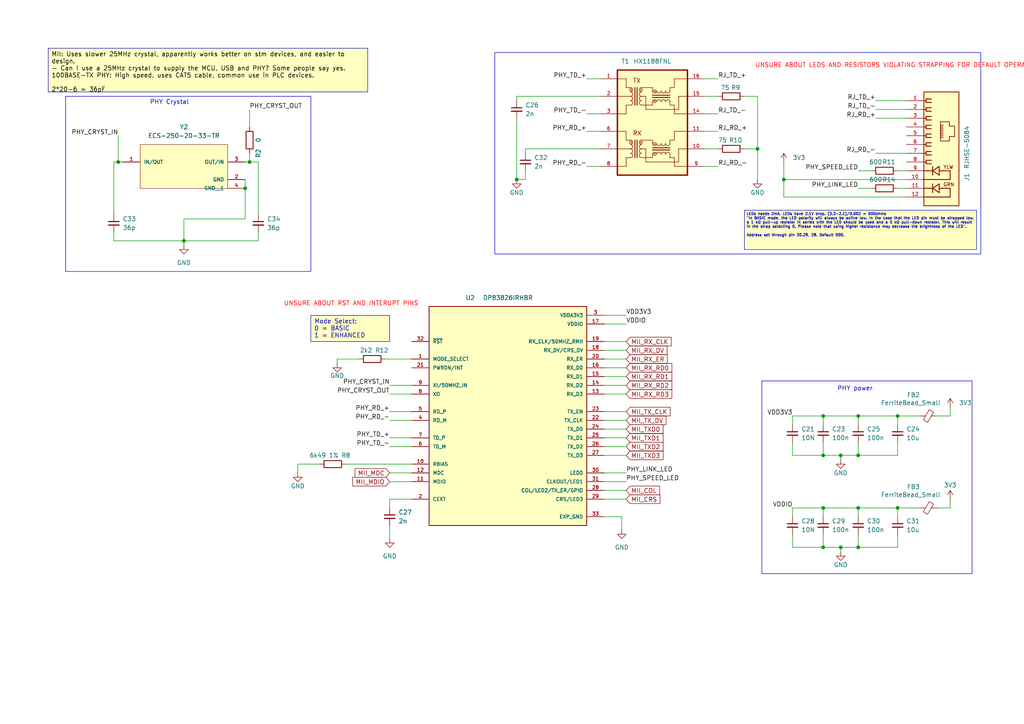
<source format=kicad_sch>
(kicad_sch (version 20231120) (generator "eeschema") (generator_version "8.0")
  (paper "A4")
  (lib_symbols
    (symbol "DP83826IRHBR:DP83826IRHBR" (pin_names (offset 1.016))
      (property "Reference" "U" (at -22.86 31.242 0))
      (property "Value" "DP83826IRHBR" (at -22.86 -35.56 0))
      (symbol "DP83826IRHBR_0_0"
        (rectangle (start -22.86 -33.02) (end 22.86 30.48) (stroke (width 0.254)) (fill (type background)))
        (pin input line (at -27.94 15.24 0) (length 5.08) (name "MODE_SELECT") (number "1"))
        (pin input line (at -27.94 -15.24 0) (length 5.08) (name "RBIAS") (number "10"))
        (pin bidirectional line (at -27.94 -20.32 0) (length 5.08) (name "MDIO") (number "11"))
        (pin input line (at -27.94 -17.78 0) (length 5.08) (name "MDC") (number "12"))
        (pin bidirectional line (at 27.94 5.08 180) (length 5.08) (name "RX_D3") (number "13"))
        (pin bidirectional line (at 27.94 7.62 180) (length 5.08) (name "RX_D2") (number "14"))
        (pin bidirectional line (at 27.94 10.16 180) (length 5.08) (name "RX_D1") (number "15"))
        (pin bidirectional line (at 27.94 12.7 180) (length 5.08) (name "RX_D0") (number "16"))
        (pin power_in line (at 27.94 25.4 180) (length 5.08) (name "VDDIO") (number "17"))
        (pin bidirectional line (at 27.94 17.78 180) (length 5.08) (name "RX_DV/CRS_DV") (number "18"))
        (pin bidirectional line (at 27.94 20.32 180) (length 5.08) (name "RX_CLK/50MHZ_RMII") (number "19"))
        (pin passive line (at -27.94 -25.4 0) (length 5.08) (name "CEXT") (number "2"))
        (pin bidirectional line (at 27.94 15.24 180) (length 5.08) (name "RX_ER") (number "20"))
        (pin input line (at -27.94 12.7 0) (length 5.08) (name "PWRDN/INT") (number "21"))
        (pin bidirectional line (at 27.94 -2.54 180) (length 5.08) (name "TX_CLK") (number "22"))
        (pin bidirectional line (at 27.94 0 180) (length 5.08) (name "TX_EN") (number "23"))
        (pin bidirectional line (at 27.94 -5.08 180) (length 5.08) (name "TX_D0") (number "24"))
        (pin bidirectional line (at 27.94 -7.62 180) (length 5.08) (name "TX_D1") (number "25"))
        (pin bidirectional line (at 27.94 -10.16 180) (length 5.08) (name "TX_D2") (number "26"))
        (pin bidirectional line (at 27.94 -12.7 180) (length 5.08) (name "TX_D3") (number "27"))
        (pin output line (at 27.94 -22.86 180) (length 5.08) (name "COL/LED2/TX_ER/GPIO") (number "28"))
        (pin output line (at 27.94 -25.4 180) (length 5.08) (name "CRS/LED3") (number "29"))
        (pin power_in line (at 27.94 27.94 180) (length 5.08) (name "VDDA3V3") (number "3"))
        (pin output line (at 27.94 -17.78 180) (length 5.08) (name "LED0") (number "30"))
        (pin output line (at 27.94 -20.32 180) (length 5.08) (name "CLKOUT/LED1") (number "31"))
        (pin input line (at -27.94 20.32 0) (length 5.08) (name "~{RST}") (number "32"))
        (pin power_in line (at 27.94 -30.48 180) (length 5.08) (name "EXP_GND") (number "33"))
        (pin input line (at -27.94 -2.54 0) (length 5.08) (name "RD_M") (number "4"))
        (pin input line (at -27.94 0 0) (length 5.08) (name "RD_P") (number "5"))
        (pin input line (at -27.94 -10.16 0) (length 5.08) (name "TD_M") (number "6"))
        (pin input line (at -27.94 -7.62 0) (length 5.08) (name "TD_P") (number "7"))
        (pin output line (at -27.94 5.08 0) (length 5.08) (name "XO") (number "8"))
        (pin input line (at -27.94 7.62 0) (length 5.08) (name "XI/50MHZ_IN") (number "9"))
      )
    )
    (symbol "Device:C_Small" (pin_numbers hide) (pin_names (offset 0.254) hide)
      (property "Reference" "C" (at 0.254 1.778 0))
      (property "Value" "C_Small" (at 0.254 -2.032 0))
      (symbol "C_Small_0_1"
        (polyline (pts (xy -1.524 -0.508) (xy 1.524 -0.508)) (stroke (width 0.3302)))
        (polyline (pts (xy -1.524 0.508) (xy 1.524 0.508)) (stroke (width 0.3048)))
      )
      (symbol "C_Small_1_1"
        (pin passive line (at 0 2.54 270) (length 2.032) (name "~") (number "1"))
        (pin passive line (at 0 -2.54 90) (length 2.032) (name "~") (number "2"))
      )
    )
    (symbol "Device:FerriteBead_Small" (pin_numbers hide) (pin_names (offset 0))
      (property "Reference" "FB" (at 1.905 1.27 0))
      (property "Value" "FerriteBead_Small" (at 1.905 -1.27 0))
      (symbol "FerriteBead_Small_0_1"
        (polyline (pts (xy 0 -1.27) (xy 0 -0.7874)))
        (polyline (pts (xy 0 0.889) (xy 0 1.2954)))
        (polyline (pts (xy -1.8288 0.2794) (xy -1.1176 1.4986) (xy 1.8288 -0.2032) (xy 1.1176 -1.4224) (xy -1.8288 0.2794)))
      )
      (symbol "FerriteBead_Small_1_1"
        (pin passive line (at 0 2.54 270) (length 1.27) (name "~") (number "1"))
        (pin passive line (at 0 -2.54 90) (length 1.27) (name "~") (number "2"))
      )
    )
    (symbol "Device:R" (pin_numbers hide) (pin_names (offset 0))
      (property "Reference" "R" (at 2.032 0 90))
      (property "Value" "R" (at 0 0 90))
      (symbol "R_0_1"
        (rectangle (start -1.016 -2.54) (end 1.016 2.54) (stroke (width 0.254)))
      )
      (symbol "R_1_1"
        (pin passive line (at 0 3.81 270) (length 1.27) (name "~") (number "1"))
        (pin passive line (at 0 -3.81 90) (length 1.27) (name "~") (number "2"))
      )
    )
    (symbol "ECS-250-20-33-TR:ECS-250-20-33-TR" (pin_names (offset 1.016))
      (property "Reference" "Y" (at -12.7168 7.6301 0))
      (property "Value" "ECS-250-20-33-TR" (at -12.7149 -7.629 0))
      (symbol "ECS-250-20-33-TR_0_0"
        (rectangle (start -12.7 -5.08) (end 12.7 7.62) (stroke (width 0.127)) (fill (type background)))
        (pin bidirectional line (at -17.78 2.54 0) (length 5.08) (name "IN/OUT") (number "1"))
        (pin power_in line (at 17.78 -2.54 180) (length 5.08) (name "GND") (number "2"))
        (pin bidirectional line (at 17.78 2.54 180) (length 5.08) (name "OUT/IN") (number "3"))
        (pin power_in line (at 17.78 -5.08 180) (length 5.08) (name "GND__1") (number "4"))
      )
    )
    (symbol "HX1188FNL:HX1188FNL" (pin_names (offset 1.016))
      (property "Reference" "T" (at -10.1697 15.8901 0))
      (property "Value" "HX1188FNL" (at -10.1783 -17.8121 0))
      (symbol "HX1188FNL_0_0"
        (rectangle (start -10.16 -15.24) (end 10.16 15.24) (stroke (width 0.4064)) (fill (type background)))
        (arc (start -6.35 -10.16) (mid -5.7177 -9.525) (end -6.35 -8.89) (stroke (width 0.1524)))
        (arc (start -6.35 -8.89) (mid -5.7177 -8.255) (end -6.35 -7.62) (stroke (width 0.1524)))
        (arc (start -6.35 -7.62) (mid -5.7177 -6.985) (end -6.35 -6.35) (stroke (width 0.1524)))
        (arc (start -6.35 -6.35) (mid -5.7177 -5.715) (end -6.35 -5.08) (stroke (width 0.1524)))
        (circle (center -6.35 -5.715) (radius 0.3175))
        (arc (start -6.35 5.08) (mid -5.7177 5.715) (end -6.35 6.35) (stroke (width 0.1524)))
        (arc (start -6.35 6.35) (mid -5.7177 6.985) (end -6.35 7.62) (stroke (width 0.1524)))
        (arc (start -6.35 7.62) (mid -5.7177 8.255) (end -6.35 8.89) (stroke (width 0.1524)))
        (arc (start -6.35 8.89) (mid -5.7177 9.525) (end -6.35 10.16) (stroke (width 0.1524)))
        (circle (center -6.35 9.525) (radius 0.3175))
        (arc (start -3.175 -8.89) (mid -3.8072 -9.525) (end -3.175 -10.16) (stroke (width 0.1524)))
        (arc (start -3.175 -7.62) (mid -3.8072 -8.255) (end -3.175 -8.89) (stroke (width 0.1524)))
        (arc (start -3.175 -6.35) (mid -3.8072 -6.985) (end -3.175 -7.62) (stroke (width 0.1524)))
        (circle (center -3.175 -5.715) (radius 0.3175))
        (arc (start -3.175 -5.08) (mid -3.8072 -5.715) (end -3.175 -6.35) (stroke (width 0.1524)))
        (arc (start -3.175 6.35) (mid -3.8072 5.715) (end -3.175 5.08) (stroke (width 0.1524)))
        (arc (start -3.175 7.62) (mid -3.8072 6.985) (end -3.175 6.35) (stroke (width 0.1524)))
        (arc (start -3.175 8.89) (mid -3.8072 8.255) (end -3.175 7.62) (stroke (width 0.1524)))
        (circle (center -3.175 9.525) (radius 0.3175))
        (arc (start -3.175 10.16) (mid -3.8072 9.525) (end -3.175 8.89) (stroke (width 0.1524)))
        (arc (start 0 -6.0325) (mid 0.635 -6.6647) (end 1.27 -6.0325) (stroke (width 0.1524)))
        (polyline (pts (xy -10.16 -7.62) (xy -6.35 -7.62)) (stroke (width 0.1524)))
        (polyline (pts (xy -10.16 7.62) (xy -6.35 7.62)) (stroke (width 0.1524)))
        (polyline (pts (xy -7.62 -12.7) (xy -10.16 -12.7)) (stroke (width 0.1524)))
        (polyline (pts (xy -7.62 -10.16) (xy -7.62 -12.7)) (stroke (width 0.1524)))
        (polyline (pts (xy -7.62 -5.08) (xy -7.62 -2.54)) (stroke (width 0.1524)))
        (polyline (pts (xy -7.62 -2.54) (xy -10.16 -2.54)) (stroke (width 0.1524)))
        (polyline (pts (xy -7.62 2.54) (xy -10.16 2.54)) (stroke (width 0.1524)))
        (polyline (pts (xy -7.62 5.08) (xy -7.62 2.54)) (stroke (width 0.1524)))
        (polyline (pts (xy -7.62 10.16) (xy -7.62 12.7)) (stroke (width 0.1524)))
        (polyline (pts (xy -7.62 12.7) (xy -10.16 12.7)) (stroke (width 0.1524)))
        (polyline (pts (xy -6.35 -10.16) (xy -7.62 -10.16)) (stroke (width 0.1524)))
        (polyline (pts (xy -6.35 -5.08) (xy -7.62 -5.08)) (stroke (width 0.1524)))
        (polyline (pts (xy -6.35 5.08) (xy -7.62 5.08)) (stroke (width 0.1524)))
        (polyline (pts (xy -6.35 10.16) (xy -7.62 10.16)) (stroke (width 0.1524)))
        (polyline (pts (xy -5.08 -5.08) (xy -5.08 -10.16)) (stroke (width 0.254)))
        (polyline (pts (xy -5.08 10.16) (xy -5.08 5.08)) (stroke (width 0.254)))
        (polyline (pts (xy -4.445 -5.08) (xy -4.445 -10.16)) (stroke (width 0.254)))
        (polyline (pts (xy -4.445 10.16) (xy -4.445 5.08)) (stroke (width 0.254)))
        (polyline (pts (xy -3.175 -5.08) (xy 0 -5.08)) (stroke (width 0.1524)))
        (polyline (pts (xy -3.175 10.16) (xy 0 10.16)) (stroke (width 0.1524)))
        (polyline (pts (xy -1.905 -11.43) (xy -1.905 -7.62)) (stroke (width 0.1524)))
        (polyline (pts (xy -1.905 -7.62) (xy -3.175 -7.62)) (stroke (width 0.1524)))
        (polyline (pts (xy -1.905 3.81) (xy -1.905 7.62)) (stroke (width 0.1524)))
        (polyline (pts (xy -1.905 7.62) (xy -3.175 7.62)) (stroke (width 0.1524)))
        (polyline (pts (xy 0 -10.16) (xy -3.175 -10.16)) (stroke (width 0.1524)))
        (polyline (pts (xy 0 -9.2075) (xy 0 -10.16)) (stroke (width 0.1524)))
        (polyline (pts (xy 0 -7.9375) (xy 5.08 -7.9375)) (stroke (width 0.254)))
        (polyline (pts (xy 0 -7.3025) (xy 5.08 -7.3025)) (stroke (width 0.254)))
        (polyline (pts (xy 0 -5.08) (xy 0 -6.0325)) (stroke (width 0.1524)))
        (polyline (pts (xy 0 5.08) (xy -3.175 5.08)) (stroke (width 0.1524)))
        (polyline (pts (xy 0 6.0325) (xy 0 5.08)) (stroke (width 0.1524)))
        (polyline (pts (xy 0 7.3025) (xy 5.08 7.3025)) (stroke (width 0.254)))
        (polyline (pts (xy 0 7.9375) (xy 5.08 7.9375)) (stroke (width 0.254)))
        (polyline (pts (xy 0 10.16) (xy 0 9.2075)) (stroke (width 0.1524)))
        (polyline (pts (xy 5.08 -10.16) (xy 6.35 -10.16)) (stroke (width 0.1524)))
        (polyline (pts (xy 5.08 -9.2075) (xy 5.08 -10.16)) (stroke (width 0.1524)))
        (polyline (pts (xy 5.08 -6.0325) (xy 5.08 -5.08)) (stroke (width 0.1524)))
        (polyline (pts (xy 5.08 -5.08) (xy 6.35 -5.08)) (stroke (width 0.1524)))
        (polyline (pts (xy 5.08 5.08) (xy 6.35 5.08)) (stroke (width 0.1524)))
        (polyline (pts (xy 5.08 6.0325) (xy 5.08 5.08)) (stroke (width 0.1524)))
        (polyline (pts (xy 5.08 9.2075) (xy 5.08 10.16)) (stroke (width 0.1524)))
        (polyline (pts (xy 5.08 10.16) (xy 6.35 10.16)) (stroke (width 0.1524)))
        (polyline (pts (xy 6.35 -12.7) (xy 10.16 -12.7)) (stroke (width 0.1524)))
        (polyline (pts (xy 6.35 -10.16) (xy 6.35 -12.7)) (stroke (width 0.1524)))
        (polyline (pts (xy 6.35 -5.08) (xy 6.35 -2.54)) (stroke (width 0.1524)))
        (polyline (pts (xy 6.35 -2.54) (xy 10.16 -2.54)) (stroke (width 0.1524)))
        (polyline (pts (xy 6.35 2.54) (xy 10.16 2.54)) (stroke (width 0.1524)))
        (polyline (pts (xy 6.35 5.08) (xy 6.35 2.54)) (stroke (width 0.1524)))
        (polyline (pts (xy 6.35 10.16) (xy 6.35 12.7)) (stroke (width 0.1524)))
        (polyline (pts (xy 6.35 12.7) (xy 10.16 12.7)) (stroke (width 0.1524)))
        (polyline (pts (xy 7.62 -11.43) (xy -1.905 -11.43)) (stroke (width 0.1524)))
        (polyline (pts (xy 7.62 -7.62) (xy 7.62 -11.43)) (stroke (width 0.1524)))
        (polyline (pts (xy 7.62 3.81) (xy -1.905 3.81)) (stroke (width 0.1524)))
        (polyline (pts (xy 7.62 7.62) (xy 7.62 3.81)) (stroke (width 0.1524)))
        (polyline (pts (xy 10.16 -7.62) (xy 7.62 -7.62)) (stroke (width 0.1524)))
        (polyline (pts (xy 10.16 7.62) (xy 7.62 7.62)) (stroke (width 0.1524)))
        (arc (start 0 9.2075) (mid 0.635 8.5752) (end 1.27 9.2075) (stroke (width 0.1524)))
        (circle (center 0.635 -9.2075) (radius 0.3175))
        (circle (center 0.635 -6.0325) (radius 0.3175))
        (circle (center 0.635 6.0325) (radius 0.3175))
        (circle (center 0.635 9.2075) (radius 0.3175))
        (arc (start 1.27 -9.2075) (mid 0.635 -8.5752) (end 0 -9.2075) (stroke (width 0.1524)))
        (arc (start 1.27 -6.0325) (mid 1.905 -6.6647) (end 2.54 -6.0325) (stroke (width 0.1524)))
        (arc (start 1.27 6.0325) (mid 0.635 6.6647) (end 0 6.0325) (stroke (width 0.1524)))
        (arc (start 1.27 9.2075) (mid 1.905 8.5752) (end 2.54 9.2075) (stroke (width 0.1524)))
        (arc (start 2.54 -9.2075) (mid 1.905 -8.5752) (end 1.27 -9.2075) (stroke (width 0.1524)))
        (arc (start 2.54 -6.0325) (mid 3.175 -6.6647) (end 3.81 -6.0325) (stroke (width 0.1524)))
        (arc (start 2.54 6.0325) (mid 1.905 6.6647) (end 1.27 6.0325) (stroke (width 0.1524)))
        (arc (start 2.54 9.2075) (mid 3.175 8.5752) (end 3.81 9.2075) (stroke (width 0.1524)))
        (arc (start 3.81 -9.2075) (mid 3.175 -8.5752) (end 2.54 -9.2075) (stroke (width 0.1524)))
        (arc (start 3.81 -6.0325) (mid 4.445 -6.6647) (end 5.08 -6.0325) (stroke (width 0.1524)))
        (arc (start 3.81 6.0325) (mid 3.175 6.6647) (end 2.54 6.0325) (stroke (width 0.1524)))
        (arc (start 3.81 9.2075) (mid 4.445 8.5752) (end 5.08 9.2075) (stroke (width 0.1524)))
        (arc (start 5.08 -9.2075) (mid 4.445 -8.5752) (end 3.81 -9.2075) (stroke (width 0.1524)))
        (arc (start 5.08 6.0325) (mid 4.445 6.6647) (end 3.81 6.0325) (stroke (width 0.1524)))
        (text "RX" (at -5.73 -3.82 0) (effects (font (size 1.2733 1.2733)) (justify left bottom)))
        (text "TX" (at -5.7239 11.4477 0) (effects (font (size 1.272 1.272)) (justify left bottom)))
        (pin passive line (at -15.24 12.7 0) (length 5.08) (name "~") (number "1"))
        (pin passive line (at 15.24 -7.62 180) (length 5.08) (name "~") (number "10"))
        (pin passive line (at 15.24 -2.54 180) (length 5.08) (name "~") (number "11"))
        (pin passive line (at 15.24 2.54 180) (length 5.08) (name "~") (number "14"))
        (pin passive line (at 15.24 7.62 180) (length 5.08) (name "~") (number "15"))
        (pin passive line (at 15.24 12.7 180) (length 5.08) (name "~") (number "16"))
        (pin passive line (at -15.24 7.62 0) (length 5.08) (name "~") (number "2"))
        (pin passive line (at -15.24 2.54 0) (length 5.08) (name "~") (number "3"))
        (pin passive line (at -15.24 -2.54 0) (length 5.08) (name "~") (number "6"))
        (pin passive line (at -15.24 -7.62 0) (length 5.08) (name "~") (number "7"))
        (pin passive line (at -15.24 -12.7 0) (length 5.08) (name "~") (number "8"))
        (pin passive line (at 15.24 -12.7 180) (length 5.08) (name "~") (number "9"))
      )
    )
    (symbol "RJHSE-5084:RJHSE-5084" (pin_names (offset 1.016))
      (property "Reference" "J" (at -5.08 18.415 0))
      (property "Value" "RJHSE-5084" (at -5.08 -17.78 0))
      (symbol "RJHSE-5084_0_0"
        (rectangle (start -5.08 -15.24) (end 5.08 17.78) (stroke (width 0.254)) (fill (type background)))
        (polyline (pts (xy -5.08 -10.16) (xy -2.54 -10.16)) (stroke (width 0.254)))
        (polyline (pts (xy -5.08 -5.08) (xy -2.54 -5.08)) (stroke (width 0.254)))
        (polyline (pts (xy -5.08 -2.54) (xy -4.445 -2.54)) (stroke (width 0.254)))
        (polyline (pts (xy -5.08 0) (xy -4.445 0)) (stroke (width 0.254)))
        (polyline (pts (xy -5.08 2.54) (xy -4.445 2.54)) (stroke (width 0.254)))
        (polyline (pts (xy -5.08 5.08) (xy -4.445 5.08)) (stroke (width 0.254)))
        (polyline (pts (xy -5.08 7.62) (xy -4.445 7.62)) (stroke (width 0.254)))
        (polyline (pts (xy -5.08 10.16) (xy -4.445 10.16)) (stroke (width 0.254)))
        (polyline (pts (xy -5.08 12.7) (xy -4.445 12.7)) (stroke (width 0.254)))
        (polyline (pts (xy -5.08 15.24) (xy -4.445 15.24)) (stroke (width 0.254)))
        (polyline (pts (xy -4.445 -3.048) (xy -2.921 -3.048)) (stroke (width 0.254)))
        (polyline (pts (xy -4.445 -2.54) (xy -4.445 -3.048)) (stroke (width 0.254)))
        (polyline (pts (xy -4.445 -2.032) (xy -4.445 -2.54)) (stroke (width 0.254)))
        (polyline (pts (xy -4.445 -0.508) (xy -2.921 -0.508)) (stroke (width 0.254)))
        (polyline (pts (xy -4.445 0) (xy -4.445 -0.508)) (stroke (width 0.254)))
        (polyline (pts (xy -4.445 0.508) (xy -4.445 0)) (stroke (width 0.254)))
        (polyline (pts (xy -4.445 2.032) (xy -2.921 2.032)) (stroke (width 0.254)))
        (polyline (pts (xy -4.445 2.54) (xy -4.445 2.032)) (stroke (width 0.254)))
        (polyline (pts (xy -4.445 3.048) (xy -4.445 2.54)) (stroke (width 0.254)))
        (polyline (pts (xy -4.445 4.572) (xy -2.921 4.572)) (stroke (width 0.254)))
        (polyline (pts (xy -4.445 5.08) (xy -4.445 4.572)) (stroke (width 0.254)))
        (polyline (pts (xy -4.445 5.588) (xy -4.445 5.08)) (stroke (width 0.254)))
        (polyline (pts (xy -4.445 7.112) (xy -2.921 7.112)) (stroke (width 0.254)))
        (polyline (pts (xy -4.445 7.62) (xy -4.445 7.112)) (stroke (width 0.254)))
        (polyline (pts (xy -4.445 8.128) (xy -4.445 7.62)) (stroke (width 0.254)))
        (polyline (pts (xy -4.445 9.652) (xy -2.921 9.652)) (stroke (width 0.254)))
        (polyline (pts (xy -4.445 10.16) (xy -4.445 9.652)) (stroke (width 0.254)))
        (polyline (pts (xy -4.445 10.668) (xy -4.445 10.16)) (stroke (width 0.254)))
        (polyline (pts (xy -4.445 12.192) (xy -2.921 12.192)) (stroke (width 0.254)))
        (polyline (pts (xy -4.445 12.7) (xy -4.445 12.192)) (stroke (width 0.254)))
        (polyline (pts (xy -4.445 13.208) (xy -4.445 12.7)) (stroke (width 0.254)))
        (polyline (pts (xy -4.445 14.732) (xy -2.921 14.732)) (stroke (width 0.254)))
        (polyline (pts (xy -4.445 15.24) (xy -4.445 14.732)) (stroke (width 0.254)))
        (polyline (pts (xy -4.445 15.748) (xy -4.445 15.24)) (stroke (width 0.254)))
        (polyline (pts (xy -2.921 -2.032) (xy -4.445 -2.032)) (stroke (width 0.254)))
        (polyline (pts (xy -2.921 0.508) (xy -4.445 0.508)) (stroke (width 0.254)))
        (polyline (pts (xy -2.921 3.048) (xy -4.445 3.048)) (stroke (width 0.254)))
        (polyline (pts (xy -2.921 5.588) (xy -4.445 5.588)) (stroke (width 0.254)))
        (polyline (pts (xy -2.921 8.128) (xy -4.445 8.128)) (stroke (width 0.254)))
        (polyline (pts (xy -2.921 10.668) (xy -4.445 10.668)) (stroke (width 0.254)))
        (polyline (pts (xy -2.921 13.208) (xy -4.445 13.208)) (stroke (width 0.254)))
        (polyline (pts (xy -2.921 15.748) (xy -4.445 15.748)) (stroke (width 0.254)))
        (polyline (pts (xy -2.54 -10.16) (xy -2.54 -11.43)) (stroke (width 0.254)))
        (polyline (pts (xy -2.54 -10.16) (xy -0.635 -8.89)) (stroke (width 0.254)))
        (polyline (pts (xy -2.54 -8.89) (xy -2.54 -10.16)) (stroke (width 0.254)))
        (polyline (pts (xy -2.54 -5.08) (xy -2.54 -6.35)) (stroke (width 0.254)))
        (polyline (pts (xy -2.54 -5.08) (xy -0.635 -3.81)) (stroke (width 0.254)))
        (polyline (pts (xy -2.54 -3.81) (xy -2.54 -5.08)) (stroke (width 0.254)))
        (polyline (pts (xy -0.635 -11.43) (xy -2.54 -10.16)) (stroke (width 0.254)))
        (polyline (pts (xy -0.635 -10.16) (xy -0.635 -11.43)) (stroke (width 0.254)))
        (polyline (pts (xy -0.635 -10.16) (xy 2.54 -10.16)) (stroke (width 0.254)))
        (polyline (pts (xy -0.635 -8.89) (xy -0.635 -10.16)) (stroke (width 0.254)))
        (polyline (pts (xy -0.635 -6.35) (xy -2.54 -5.08)) (stroke (width 0.254)))
        (polyline (pts (xy -0.635 -5.08) (xy -0.635 -6.35)) (stroke (width 0.254)))
        (polyline (pts (xy -0.635 -5.08) (xy 2.54 -5.08)) (stroke (width 0.254)))
        (polyline (pts (xy -0.635 -3.81) (xy -0.635 -5.08)) (stroke (width 0.254)))
        (polyline (pts (xy -0.254 3.556) (xy 2.286 3.556)) (stroke (width 0.1998)))
        (polyline (pts (xy -0.254 4.572) (xy -0.254 3.556)) (stroke (width 0.1998)))
        (polyline (pts (xy -0.254 4.572) (xy 0.508 4.572)) (stroke (width 0.1998)))
        (polyline (pts (xy -0.254 5.08) (xy -0.254 4.572)) (stroke (width 0.1998)))
        (polyline (pts (xy -0.254 5.08) (xy 0.508 5.08)) (stroke (width 0.1998)))
        (polyline (pts (xy -0.254 5.588) (xy -0.254 5.08)) (stroke (width 0.1998)))
        (polyline (pts (xy -0.254 5.588) (xy 0.508 5.588)) (stroke (width 0.1998)))
        (polyline (pts (xy -0.254 6.096) (xy -0.254 5.588)) (stroke (width 0.1998)))
        (polyline (pts (xy -0.254 6.096) (xy 0.508 6.096)) (stroke (width 0.1998)))
        (polyline (pts (xy -0.254 6.604) (xy -0.254 6.096)) (stroke (width 0.1998)))
        (polyline (pts (xy -0.254 6.604) (xy 0.508 6.604)) (stroke (width 0.1998)))
        (polyline (pts (xy -0.254 7.112) (xy -0.254 6.604)) (stroke (width 0.1998)))
        (polyline (pts (xy -0.254 7.112) (xy 0.508 7.112)) (stroke (width 0.1998)))
        (polyline (pts (xy -0.254 7.62) (xy -0.254 7.112)) (stroke (width 0.1998)))
        (polyline (pts (xy -0.254 7.62) (xy 0.508 7.62)) (stroke (width 0.1998)))
        (polyline (pts (xy -0.254 8.128) (xy -0.254 7.62)) (stroke (width 0.1998)))
        (polyline (pts (xy -0.254 8.128) (xy 0.508 8.128)) (stroke (width 0.1998)))
        (polyline (pts (xy -0.254 9.144) (xy -0.254 8.128)) (stroke (width 0.1998)))
        (polyline (pts (xy 2.286 3.556) (xy 2.286 4.826)) (stroke (width 0.1998)))
        (polyline (pts (xy 2.286 4.826) (xy 3.81 4.826)) (stroke (width 0.1998)))
        (polyline (pts (xy 2.286 7.874) (xy 2.286 9.144)) (stroke (width 0.1998)))
        (polyline (pts (xy 2.286 9.144) (xy -0.254 9.144)) (stroke (width 0.1998)))
        (polyline (pts (xy 2.54 -12.7) (xy -5.08 -12.7)) (stroke (width 0.254)))
        (polyline (pts (xy 2.54 -10.16) (xy 2.54 -12.7)) (stroke (width 0.254)))
        (polyline (pts (xy 2.54 -7.62) (xy -5.08 -7.62)) (stroke (width 0.254)))
        (polyline (pts (xy 2.54 -5.08) (xy 2.54 -7.62)) (stroke (width 0.254)))
        (polyline (pts (xy 3.81 4.826) (xy 3.81 7.874)) (stroke (width 0.1998)))
        (polyline (pts (xy 3.81 7.874) (xy 2.286 7.874)) (stroke (width 0.1998)))
        (text "GRN" (at 0.508 -9.652 0) (effects (font (size 1 1)) (justify left bottom)))
        (text "YLW" (at 0.508 -4.572 0) (effects (font (size 1 1)) (justify left bottom)))
        (pin passive line (at -10.16 15.24 0) (length 5.08) (name "~") (number "1"))
        (pin passive line (at -10.16 -7.62 0) (length 5.08) (name "~") (number "10"))
        (pin passive line (at -10.16 -10.16 0) (length 5.08) (name "~") (number "11"))
        (pin passive line (at -10.16 -12.7 0) (length 5.08) (name "~") (number "12"))
        (pin passive line (at -10.16 12.7 0) (length 5.08) (name "~") (number "2"))
        (pin passive line (at -10.16 10.16 0) (length 5.08) (name "~") (number "3"))
        (pin passive line (at -10.16 7.62 0) (length 5.08) (name "~") (number "4"))
        (pin passive line (at -10.16 5.08 0) (length 5.08) (name "~") (number "5"))
        (pin passive line (at -10.16 2.54 0) (length 5.08) (name "~") (number "6"))
        (pin passive line (at -10.16 0 0) (length 5.08) (name "~") (number "7"))
        (pin passive line (at -10.16 -2.54 0) (length 5.08) (name "~") (number "8"))
        (pin passive line (at -10.16 -5.08 0) (length 5.08) (name "~") (number "9"))
      )
    )
    (symbol "power:+3.3V" (power) (pin_names (offset 0))
      (property "Value" "+3.3V" (at 0 3.556 0))
      (symbol "+3.3V_0_1"
        (polyline (pts (xy -0.762 1.27) (xy 0 2.54)))
        (polyline (pts (xy 0 0) (xy 0 2.54)))
        (polyline (pts (xy 0 2.54) (xy 0.762 1.27)))
      )
      (symbol "+3.3V_1_1"
        (pin power_in line (at 0 0 90) (length 0) hide (name "+3.3V") (number "1"))
      )
    )
    (symbol "power:GND" (power) (pin_names (offset 0))
      (property "Value" "GND" (at 0 -3.81 0))
      (symbol "GND_0_1"
        (polyline (pts (xy 0 0) (xy 0 -1.27) (xy 1.27 -1.27) (xy 0 -2.54) (xy -1.27 -1.27) (xy 0 -1.27)))
      )
      (symbol "GND_1_1"
        (pin power_in line (at 0 0 270) (length 0) hide (name "GND") (number "1"))
      )
    )
  )
  (junction (at 34.29 46.99))
  (junction (at 238.76 120.65))
  (junction (at 248.92 120.65))
  (junction (at 219.71 43.18))
  (junction (at 248.92 158.75))
  (junction (at 248.92 147.32))
  (junction (at 53.34 69.85))
  (junction (at 149.86 52.07))
  (junction (at 71.12 54.61))
  (junction (at 243.84 158.75))
  (junction (at 72.39 46.99))
  (junction (at 248.92 132.08))
  (junction (at 260.35 120.65))
  (junction (at 260.35 147.32))
  (junction (at 238.76 158.75))
  (junction (at 227.33 52.07))
  (junction (at 238.76 147.32))
  (junction (at 243.84 132.08))
  (junction (at 238.76 132.08))
  (wire (pts (xy 175.26 106.68) (xy 181.61 106.68)))
  (wire (pts (xy 260.35 154.94) (xy 260.35 158.75)))
  (wire (pts (xy 175.26 129.54) (xy 181.61 129.54)))
  (wire (pts (xy 204.47 38.1) (xy 208.28 38.1)))
  (wire (pts (xy 275.59 118.11) (xy 275.59 120.65)))
  (wire (pts (xy 229.87 128.27) (xy 229.87 132.08)))
  (wire (pts (xy 35.56 46.99) (xy 34.29 46.99)))
  (wire (pts (xy 260.35 54.61) (xy 262.89 54.61)))
  (wire (pts (xy 227.33 52.07) (xy 262.89 52.07)))
  (wire (pts (xy 204.47 27.94) (xy 208.28 27.94)))
  (wire (pts (xy 175.26 142.24) (xy 181.61 142.24)))
  (wire (pts (xy 113.03 129.54) (xy 119.38 129.54)))
  (wire (pts (xy 248.92 128.27) (xy 248.92 132.08)))
  (wire (pts (xy 238.76 147.32) (xy 229.87 147.32)))
  (wire (pts (xy 260.35 49.53) (xy 262.89 49.53)))
  (wire (pts (xy 238.76 120.65) (xy 238.76 123.19)))
  (wire (pts (xy 111.76 104.14) (xy 119.38 104.14)))
  (wire (pts (xy 238.76 158.75) (xy 229.87 158.75)))
  (wire (pts (xy 175.26 104.14) (xy 181.61 104.14)))
  (wire (pts (xy 175.26 99.06) (xy 181.61 99.06)))
  (wire (pts (xy 149.86 34.29) (xy 149.86 52.07)))
  (wire (pts (xy 113.03 144.78) (xy 119.38 144.78)))
  (wire (pts (xy 175.26 124.46) (xy 181.61 124.46)))
  (wire (pts (xy 229.87 154.94) (xy 229.87 158.75)))
  (wire (pts (xy 243.84 132.08) (xy 243.84 133.35)))
  (wire (pts (xy 33.02 69.85) (xy 53.34 69.85)))
  (wire (pts (xy 74.93 46.99) (xy 74.93 62.23)))
  (wire (pts (xy 175.26 132.08) (xy 181.61 132.08)))
  (wire (pts (xy 243.84 132.08) (xy 238.76 132.08)))
  (wire (pts (xy 175.26 144.78) (xy 181.61 144.78)))
  (wire (pts (xy 260.35 132.08) (xy 248.92 132.08)))
  (wire (pts (xy 152.4 43.18) (xy 152.4 44.45)))
  (wire (pts (xy 170.18 22.86) (xy 173.99 22.86)))
  (wire (pts (xy 170.18 33.02) (xy 173.99 33.02)))
  (wire (pts (xy 175.26 119.38) (xy 181.61 119.38)))
  (wire (pts (xy 215.9 27.94) (xy 219.71 27.94)))
  (wire (pts (xy 260.35 120.65) (xy 260.35 123.19)))
  (wire (pts (xy 180.34 149.86) (xy 180.34 153.67)))
  (wire (pts (xy 254 34.29) (xy 262.89 34.29)))
  (wire (pts (xy 266.7 147.32) (xy 260.35 147.32)))
  (wire (pts (xy 248.92 54.61) (xy 252.73 54.61)))
  (wire (pts (xy 175.26 111.76) (xy 181.61 111.76)))
  (wire (pts (xy 72.39 46.99) (xy 74.93 46.99)))
  (wire (pts (xy 175.26 109.22) (xy 181.61 109.22)))
  (wire (pts (xy 53.34 69.85) (xy 53.34 71.12)))
  (wire (pts (xy 175.26 137.16) (xy 181.61 137.16)))
  (wire (pts (xy 97.79 105.41) (xy 97.79 104.14)))
  (wire (pts (xy 97.79 104.14) (xy 104.14 104.14)))
  (wire (pts (xy 100.33 134.62) (xy 119.38 134.62)))
  (wire (pts (xy 248.92 147.32) (xy 238.76 147.32)))
  (wire (pts (xy 113.03 137.16) (xy 119.38 137.16)))
  (wire (pts (xy 238.76 120.65) (xy 229.87 120.65)))
  (wire (pts (xy 74.93 67.31) (xy 74.93 69.85)))
  (wire (pts (xy 248.92 132.08) (xy 243.84 132.08)))
  (wire (pts (xy 149.86 29.21) (xy 149.86 27.94)))
  (wire (pts (xy 175.26 114.3) (xy 181.61 114.3)))
  (wire (pts (xy 260.35 158.75) (xy 248.92 158.75)))
  (wire (pts (xy 86.36 134.62) (xy 92.71 134.62)))
  (wire (pts (xy 271.78 147.32) (xy 275.59 147.32)))
  (wire (pts (xy 271.78 120.65) (xy 275.59 120.65)))
  (wire (pts (xy 204.47 22.86) (xy 208.28 22.86)))
  (wire (pts (xy 173.99 43.18) (xy 152.4 43.18)))
  (wire (pts (xy 113.03 147.32) (xy 113.03 144.78)))
  (wire (pts (xy 86.36 134.62) (xy 86.36 137.16)))
  (wire (pts (xy 149.86 52.07) (xy 152.4 52.07)))
  (wire (pts (xy 113.03 152.4) (xy 113.03 156.21)))
  (wire (pts (xy 170.18 48.26) (xy 173.99 48.26)))
  (wire (pts (xy 238.76 128.27) (xy 238.76 132.08)))
  (wire (pts (xy 34.29 39.37) (xy 34.29 46.99)))
  (wire (pts (xy 113.03 121.92) (xy 119.38 121.92)))
  (wire (pts (xy 204.47 43.18) (xy 208.28 43.18)))
  (wire (pts (xy 227.33 52.07) (xy 227.33 57.15)))
  (wire (pts (xy 71.12 63.5) (xy 53.34 63.5)))
  (wire (pts (xy 72.39 31.75) (xy 72.39 36.83)))
  (wire (pts (xy 254 44.45) (xy 262.89 44.45)))
  (wire (pts (xy 254 31.75) (xy 262.89 31.75)))
  (wire (pts (xy 219.71 43.18) (xy 219.71 52.07)))
  (wire (pts (xy 34.29 46.99) (xy 33.02 46.99)))
  (wire (pts (xy 175.26 91.44) (xy 181.61 91.44)))
  (wire (pts (xy 238.76 154.94) (xy 238.76 158.75)))
  (wire (pts (xy 248.92 154.94) (xy 248.92 158.75)))
  (wire (pts (xy 175.26 101.6) (xy 181.61 101.6)))
  (wire (pts (xy 275.59 144.78) (xy 275.59 147.32)))
  (wire (pts (xy 175.26 139.7) (xy 181.61 139.7)))
  (wire (pts (xy 266.7 120.65) (xy 260.35 120.65)))
  (wire (pts (xy 71.12 54.61) (xy 71.12 63.5)))
  (wire (pts (xy 260.35 147.32) (xy 260.35 149.86)))
  (wire (pts (xy 74.93 69.85) (xy 53.34 69.85)))
  (wire (pts (xy 227.33 46.99) (xy 227.33 52.07)))
  (wire (pts (xy 72.39 44.45) (xy 72.39 46.99)))
  (wire (pts (xy 71.12 46.99) (xy 72.39 46.99)))
  (wire (pts (xy 248.92 49.53) (xy 252.73 49.53)))
  (wire (pts (xy 175.26 149.86) (xy 180.34 149.86)))
  (wire (pts (xy 260.35 120.65) (xy 248.92 120.65)))
  (wire (pts (xy 254 29.21) (xy 262.89 29.21)))
  (wire (pts (xy 113.03 119.38) (xy 119.38 119.38)))
  (wire (pts (xy 260.35 147.32) (xy 248.92 147.32)))
  (wire (pts (xy 238.76 147.32) (xy 238.76 149.86)))
  (wire (pts (xy 33.02 46.99) (xy 33.02 62.23)))
  (wire (pts (xy 149.86 27.94) (xy 173.99 27.94)))
  (wire (pts (xy 248.92 158.75) (xy 243.84 158.75)))
  (wire (pts (xy 113.03 139.7) (xy 119.38 139.7)))
  (wire (pts (xy 248.92 147.32) (xy 248.92 149.86)))
  (wire (pts (xy 175.26 127) (xy 181.61 127)))
  (wire (pts (xy 175.26 121.92) (xy 181.61 121.92)))
  (wire (pts (xy 53.34 63.5) (xy 53.34 69.85)))
  (wire (pts (xy 113.03 114.3) (xy 119.38 114.3)))
  (wire (pts (xy 262.89 57.15) (xy 227.33 57.15)))
  (wire (pts (xy 248.92 120.65) (xy 248.92 123.19)))
  (wire (pts (xy 170.18 38.1) (xy 173.99 38.1)))
  (wire (pts (xy 71.12 52.07) (xy 71.12 54.61)))
  (wire (pts (xy 152.4 49.53) (xy 152.4 52.07)))
  (wire (pts (xy 204.47 48.26) (xy 208.28 48.26)))
  (wire (pts (xy 175.26 93.98) (xy 181.61 93.98)))
  (wire (pts (xy 238.76 132.08) (xy 229.87 132.08)))
  (wire (pts (xy 243.84 158.75) (xy 243.84 160.02)))
  (wire (pts (xy 33.02 67.31) (xy 33.02 69.85)))
  (wire (pts (xy 204.47 33.02) (xy 208.28 33.02)))
  (wire (pts (xy 113.03 127) (xy 119.38 127)))
  (wire (pts (xy 215.9 43.18) (xy 219.71 43.18)))
  (wire (pts (xy 219.71 27.94) (xy 219.71 43.18)))
  (wire (pts (xy 113.03 111.76) (xy 119.38 111.76)))
  (wire (pts (xy 260.35 128.27) (xy 260.35 132.08)))
  (wire (pts (xy 243.84 158.75) (xy 238.76 158.75)))
  (wire (pts (xy 229.87 147.32) (xy 229.87 149.86)))
  (wire (pts (xy 248.92 120.65) (xy 238.76 120.65)))
  (wire (pts (xy 229.87 120.65) (xy 229.87 123.19)))
  (rectangle (start 19.05 27.94) (end 90.17 78.74))
  (rectangle (start 220.98 110.49) (end 281.94 166.37))
  (rectangle (start 143.51 15.24) (end 284.48 73.66))
  (image (at 320.04 90.17) (scale 0.187727))
  (image (at 325.12 31.75) (scale 0.226343))
  (text_box "Mode Select:\n0 = BASIC \n1 = ENHANCED" (at 90.17 91.44 0) (size 22.86 7.62) (fill (type color) (color 255 255 194 1)) (effects (font (size 1.27 1.27)) (justify left top)))
  (text_box "LEDs needs 2mA. LEDs have 2.1V drop. (3.3-2.1)/0.002 = 600ohms\n\"In BASIC mode, the LED polarity will always be active low. In the case that the LED pin must be strapped low, a 1 kΩ pull-up resistor in series with the LED should be used and a 5 kΩ pull-down resistor. This will result in the strap selecting 0. Please note that using higher resistance may decrease the brightness of the LED\".\n\nAddress set through pin 30,29, 28. Default 000." (at 215.9 60.96 0) (size 67.31 11.43) (fill (type color) (color 255 255 194 1)) (effects (font (size 0.762 0.762)) (justify left top)))
  (text_box "MII: Uses slower 25MHz crystal, apparently works better on stm devices, and easier to design.\n- Can I use a 25MHz crystal to supply the MCU, USB and PHY? Some people say yes.\n100BASE-TX PHY: High speed, uses CAT5 cable, common use in PLC devices.\n\n2*20-6 = 36pF" (at 13.97 13.97 0) (size 92.71 12.7) (fill (type color) (color 255 255 194 1)) (effects (font (size 1.27 1.27)) (justify left top)))
  (text "PHY Crystal\n" (at 43.434 30.48 0) (effects (font (size 1.27 1.27)) (justify left bottom)))
  (text "UNSURE ABOUT LEDS AND RESISTORS VIOLATING STRAPPING FOR DEFAULT OPERATION" (at 260.35 19.05 0) (effects (font (size 1.27 1.27))))
  (text "UNSURE ABOUT RST AND INTERUPT PINS" (at 101.854 88.138 0) (effects (font (size 1.27 1.27))))
  (text "PHY power\n" (at 242.824 113.538 0) (effects (font (size 1.27 1.27)) (justify left bottom)))
  (label "RJ_RD_+" (at 254 34.29 180))
  (label "PHY_LINK_LED" (at 181.61 137.16 0))
  (label "PHY_TD_+" (at 113.03 127 180))
  (label "PHY_LINK_LED" (at 248.92 54.61 180))
  (label "PHY_CRYST_IN" (at 34.29 39.37 180))
  (label "RJ_RD_+" (at 208.28 38.1 0))
  (label "RJ_RD_-" (at 208.28 48.26 0))
  (label "PHY_SPEED_LED" (at 181.61 139.7 0))
  (label "RJ_RD_-" (at 254 44.45 180))
  (label "VDD3V3" (at 181.61 91.44 0))
  (label "VDD3V3" (at 229.87 120.65 180))
  (label "PHY_TD_-" (at 113.03 129.54 180))
  (label "PHY_CRYST_OUT" (at 113.03 114.3 180))
  (label "PHY_RD_+" (at 170.18 38.1 180))
  (label "RJ_TD_-" (at 208.28 33.02 0))
  (label "PHY_RD_-" (at 170.18 48.26 180))
  (label "PHY_SPEED_LED" (at 248.92 49.53 180))
  (label "PHY_CRYST_IN" (at 113.03 111.76 180))
  (label "RJ_TD_+" (at 208.28 22.86 0))
  (label "RJ_TD_+" (at 254 29.21 180))
  (label "VDDIO" (at 181.61 93.98 0))
  (label "RJ_TD_-" (at 254 31.75 180))
  (label "PHY_TD_+" (at 170.18 22.86 180))
  (label "VDDIO" (at 229.87 147.32 180))
  (label "PHY_RD_-" (at 113.03 121.92 180))
  (label "PHY_TD_-" (at 170.18 33.02 180))
  (label "PHY_RD_+" (at 113.03 119.38 180))
  (label "PHY_CRYST_OUT" (at 72.39 31.75 0))
  (global_label "MII_RX_RD2" (shape input) (at 181.61 111.76 0) (property "Intersheetrefs" "${INTERSHEET_REFS}" (effects (hide yes))))
  (global_label "MII_CRS" (shape input) (at 181.61 144.78 0) (property "Intersheetrefs" "${INTERSHEET_REFS}" (effects (hide yes))))
  (global_label "MII_TXD2" (shape input) (at 181.61 129.54 0) (property "Intersheetrefs" "${INTERSHEET_REFS}" (effects (hide yes))))
  (global_label "MII_TX_DV" (shape input) (at 181.61 121.92 0) (property "Intersheetrefs" "${INTERSHEET_REFS}" (effects (hide yes))))
  (global_label "MII_TXD0" (shape input) (at 181.61 124.46 0) (property "Intersheetrefs" "${INTERSHEET_REFS}" (effects (hide yes))))
  (global_label "MII_TXD1" (shape input) (at 181.61 127 0) (property "Intersheetrefs" "${INTERSHEET_REFS}" (effects (hide yes))))
  (global_label "MII_RX_DV" (shape input) (at 181.61 101.6 0) (property "Intersheetrefs" "${INTERSHEET_REFS}" (effects (hide yes))))
  (global_label "MII_RX_RD1" (shape input) (at 181.61 109.22 0) (property "Intersheetrefs" "${INTERSHEET_REFS}" (effects (hide yes))))
  (global_label "MII_MDIO" (shape input) (at 113.03 139.7 180) (property "Intersheetrefs" "${INTERSHEET_REFS}" (effects (hide yes))))
  (global_label "MII_RX_RD3" (shape input) (at 181.61 114.3 0) (property "Intersheetrefs" "${INTERSHEET_REFS}" (effects (hide yes))))
  (global_label "MII_COL" (shape input) (at 181.61 142.24 0) (property "Intersheetrefs" "${INTERSHEET_REFS}" (effects (hide yes))))
  (global_label "MII_MDC" (shape input) (at 113.03 137.16 180) (property "Intersheetrefs" "${INTERSHEET_REFS}" (effects (hide yes))))
  (global_label "MII_RX_RD0" (shape input) (at 181.61 106.68 0) (property "Intersheetrefs" "${INTERSHEET_REFS}" (effects (hide yes))))
  (global_label "MII_RX_ER" (shape input) (at 181.61 104.14 0) (property "Intersheetrefs" "${INTERSHEET_REFS}" (effects (hide yes))))
  (global_label "MII_RX_CLK" (shape input) (at 181.61 99.06 0) (property "Intersheetrefs" "${INTERSHEET_REFS}" (effects (hide yes))))
  (global_label "MII_TXD3" (shape input) (at 181.61 132.08 0) (property "Intersheetrefs" "${INTERSHEET_REFS}" (effects (hide yes))))
  (global_label "MII_TX_CLK" (shape input) (at 181.61 119.38 0) (property "Intersheetrefs" "${INTERSHEET_REFS}" (effects (hide yes))))
  (symbol (lib_id "Device:C_Small") (at 238.76 152.4 0) (unit 1)
    (property "Reference" "C29" (at 241.3 151.13 0) (effects (justify left)))
    (property "Value" "100n" (at 241.3 153.67 0) (effects (justify left)))
  )
  (symbol (lib_id "Device:R") (at 72.39 40.64 0) (unit 1)
    (property "Reference" "R2" (at 74.93 44.45 90))
    (property "Value" "0" (at 74.93 40.64 90))
  )
  (symbol (lib_id "Device:C_Small") (at 260.35 125.73 0) (unit 1)
    (property "Reference" "C24" (at 262.89 124.4663 0) (effects (justify left)))
    (property "Value" "10u" (at 262.89 127.0063 0) (effects (justify left)))
  )
  (symbol (lib_id "Device:C_Small") (at 74.93 64.77 0) (unit 1)
    (property "Reference" "C34" (at 77.47 63.5062 0) (effects (justify left)))
    (property "Value" "36p" (at 77.47 66.0462 0) (effects (justify left)))
  )
  (symbol (lib_id "Device:FerriteBead_Small") (at 269.24 147.32 270) (unit 1)
    (property "Reference" "FB3" (at 264.922 141.224 90))
    (property "Value" "FerriteBead_Small" (at 264.16 143.51 90))
    (property "Description" "Ferrite bead, small symbol" (effects (hide yes)))
  )
  (symbol (lib_id "Device:R") (at 212.09 27.94 90) (unit 1)
    (property "Reference" "R9" (at 213.36 25.4 90))
    (property "Value" "75" (at 210.312 25.4 90))
  )
  (symbol (lib_id "Device:C_Small") (at 229.87 152.4 0) (unit 1)
    (property "Reference" "C28" (at 232.41 151.1362 0) (effects (justify left)))
    (property "Value" "10N" (at 232.41 153.6762 0) (effects (justify left)))
  )
  (symbol (lib_id "power:GND") (at 180.34 153.67 0) (unit 1)
    (property "Reference" "#PWR013" (effects (hide yes)))
    (property "Value" "GND" (at 180.34 158.75 0))
  )
  (symbol (lib_id "Device:C_Small") (at 113.03 149.86 0) (unit 1)
    (property "Reference" "C27" (at 115.57 148.59 0) (effects (justify left)))
    (property "Value" "2n" (at 115.57 151.13 0) (effects (justify left)))
  )
  (symbol (lib_id "Device:C_Small") (at 248.92 125.73 0) (unit 1)
    (property "Reference" "C25" (at 251.46 124.4663 0) (effects (justify left)))
    (property "Value" "100n" (at 251.46 127.0063 0) (effects (justify left)))
  )
  (symbol (lib_id "power:GND") (at 243.84 133.35 0) (unit 1)
    (property "Reference" "#PWR015" (effects (hide yes)))
    (property "Value" "GND" (at 243.84 137.16 0))
  )
  (symbol (lib_id "Device:R") (at 256.54 49.53 90) (unit 1)
    (property "Reference" "R11" (at 257.81 46.99 90))
    (property "Value" "600" (at 254 46.99 90))
  )
  (symbol (lib_id "power:GND") (at 113.03 156.21 0) (unit 1)
    (property "Reference" "#PWR029" (effects (hide yes)))
    (property "Value" "GND" (at 113.03 161.29 0))
  )
  (symbol (lib_id "Device:C_Small") (at 229.87 125.73 0) (unit 1)
    (property "Reference" "C21" (at 232.41 124.4662 0) (effects (justify left)))
    (property "Value" "10N" (at 232.41 127.0062 0) (effects (justify left)))
  )
  (symbol (lib_id "Device:R") (at 212.09 43.18 90) (unit 1)
    (property "Reference" "R10" (at 213.36 40.64 90))
    (property "Value" "75" (at 209.55 40.64 90))
  )
  (symbol (lib_id "power:GND") (at 97.79 105.41 0) (unit 1)
    (property "Reference" "#PWR030" (effects (hide yes)))
    (property "Value" "GND" (at 97.79 108.966 0))
  )
  (symbol (lib_id "power:GND") (at 86.36 137.16 0) (unit 1)
    (property "Reference" "#PWR014" (effects (hide yes)))
    (property "Value" "GND" (at 86.36 140.97 0))
  )
  (symbol (lib_id "power:+3.3V") (at 275.59 144.78 0) (unit 1)
    (property "Reference" "#PWR026" (effects (hide yes)))
    (property "Value" "3V3" (at 275.59 140.716 0))
  )
  (symbol (lib_id "power:GND") (at 243.84 160.02 0) (unit 1)
    (property "Reference" "#PWR025" (effects (hide yes)))
    (property "Value" "GND" (at 243.84 163.83 0))
  )
  (symbol (lib_id "DP83826IRHBR:DP83826IRHBR") (at 147.32 119.38 0) (unit 1)
    (property "Reference" "U2" (at 136.398 86.36 0))
    (property "Value" "DP83826IRHBR" (at 147.32 86.36 0))
    (property "Footprint" "DP83826IRHBR:IC_DP83826IRHBR" (effects (hide yes)))
    (property "PARTREV" "G" (effects (hide yes)))
    (property "STANDARD" "Manufacturer Recommendations" (effects (hide yes)))
    (property "MAXIMUM_PACKAGE_HEIGHT" "1.0mm" (effects (hide yes)))
    (property "MANUFACTURER" "Texas Instruments" (effects (hide yes)))
  )
  (symbol (lib_id "Device:R") (at 96.52 134.62 90) (unit 1)
    (property "Reference" "R8" (at 100.33 132.08 90))
    (property "Value" "6k49 1%" (at 93.98 132.08 90))
  )
  (symbol (lib_id "Device:C_Small") (at 152.4 46.99 0) (unit 1)
    (property "Reference" "C32" (at 154.94 45.7262 0) (effects (justify left)))
    (property "Value" "2n" (at 154.94 48.2662 0) (effects (justify left)))
  )
  (symbol (lib_id "Device:FerriteBead_Small") (at 269.24 120.65 270) (unit 1)
    (property "Reference" "FB2" (at 264.922 114.554 90))
    (property "Value" "FerriteBead_Small" (at 264.16 116.84 90))
    (property "Description" "Ferrite bead, small symbol" (effects (hide yes)))
  )
  (symbol (lib_id "Device:C_Small") (at 248.92 152.4 0) (unit 1)
    (property "Reference" "C30" (at 251.46 151.1363 0) (effects (justify left)))
    (property "Value" "100n" (at 251.46 153.6763 0) (effects (justify left)))
  )
  (symbol (lib_id "Device:C_Small") (at 238.76 125.73 0) (unit 1)
    (property "Reference" "C23" (at 241.3 124.46 0) (effects (justify left)))
    (property "Value" "100n" (at 241.3 127 0) (effects (justify left)))
  )
  (symbol (lib_id "power:GND") (at 219.71 52.07 0) (unit 1)
    (property "Reference" "#PWR028" (effects (hide yes)))
    (property "Value" "GND" (at 219.71 55.88 0))
  )
  (symbol (lib_id "Device:C_Small") (at 33.02 64.77 0) (unit 1)
    (property "Reference" "C33" (at 35.56 63.5062 0) (effects (justify left)))
    (property "Value" "36p" (at 35.56 66.0462 0) (effects (justify left)))
  )
  (symbol (lib_id "ECS-250-20-33-TR:ECS-250-20-33-TR") (at 53.34 49.53 0) (unit 1)
    (property "Reference" "Y2" (at 53.34 36.83 0))
    (property "Value" "ECS-250-20-33-TR" (at 53.34 39.37 0))
    (property "Footprint" "ECS-250-20-33-TR:XTAL_ECS-250-20-33-TR" (effects (hide yes)))
    (property "MF" "ECS INC" (effects (hide yes)))
    (property "DESCRIPTION" "The sub miniature ECX-32 is a compact SMD Crystal." (effects (hide yes)))
    (property "PACKAGE" "SMD-4 ECX" (effects (hide yes)))
    (property "STANDARD" "Manufacturer recommendations" (effects (hide yes)))
    (property "MP" "ECX-32" (effects (hide yes)))
    (property "AVAILABILITY" "Good" (effects (hide yes)))
  )
  (symbol (lib_id "power:GND") (at 53.34 71.12 0) (unit 1)
    (property "Reference" "#PWR01" (effects (hide yes)))
    (property "Value" "GND" (at 53.34 76.2 0))
  )
  (symbol (lib_id "Device:R") (at 107.95 104.14 90) (unit 1)
    (property "Reference" "R12" (at 110.744 101.6 90))
    (property "Value" "2k2" (at 106.172 101.6 90))
  )
  (symbol (lib_id "Device:C_Small") (at 260.35 152.4 0) (unit 1)
    (property "Reference" "C31" (at 262.89 151.1363 0) (effects (justify left)))
    (property "Value" "10u" (at 262.89 153.6763 0) (effects (justify left)))
  )
  (symbol (lib_id "HX1188FNL:HX1188FNL") (at 189.23 35.56 0) (unit 1)
    (property "Reference" "T1" (at 181.356 17.78 0))
    (property "Value" "HX1188FNL" (at 189.23 17.78 0))
    (property "Footprint" "HX1188FNL:HXXXX" (effects (hide yes)))
  )
  (symbol (lib_id "power:+3.3V") (at 227.33 46.99 0) (unit 1)
    (property "Reference" "#PWR027" (effects (hide yes)))
    (property "Value" "3V3" (at 229.87 45.7199 0) (effects (justify left)))
  )
  (symbol (lib_id "Device:C_Small") (at 149.86 31.75 0) (unit 1)
    (property "Reference" "C26" (at 152.4 30.4862 0) (effects (justify left)))
    (property "Value" "2n" (at 152.4 33.0262 0) (effects (justify left)))
  )
  (symbol (lib_id "Device:R") (at 256.54 54.61 90) (unit 1)
    (property "Reference" "R14" (at 257.81 52.07 90))
    (property "Value" "600" (at 254 52.07 90))
  )
  (symbol (lib_id "power:+3.3V") (at 275.59 118.11 0) (unit 1)
    (property "Reference" "#PWR017" (effects (hide yes)))
    (property "Value" "3V3" (at 278.13 116.8399 0) (effects (justify left)))
  )
  (symbol (lib_id "RJHSE-5084:RJHSE-5084") (at 273.05 44.45 0) (unit 1)
    (property "Reference" "J1" (at 280.416 52.578 90) (effects (justify left)))
    (property "Value" "RJHSE-5084" (at 280.416 49.022 90) (effects (justify left)))
    (property "Footprint" "RJHSE-5084:AMPHENOL_RJHSE-5084" (effects (hide yes)))
    (property "PARTREV" "A" (effects (hide yes)))
    (property "MANUFACTURER" "Amphenol" (effects (hide yes)))
    (property "MAXIMUM_PACKAGE_HEIGHT" "13.21mm" (effects (hide yes)))
    (property "STANDARD" "Maufacturer Recommendation" (effects (hide yes)))
  )
  (symbol (lib_id "power:GND") (at 149.86 52.07 0) (unit 1)
    (property "Reference" "#PWR016" (effects (hide yes)))
    (property "Value" "GND" (at 149.86 55.88 0))
  )
)
</source>
